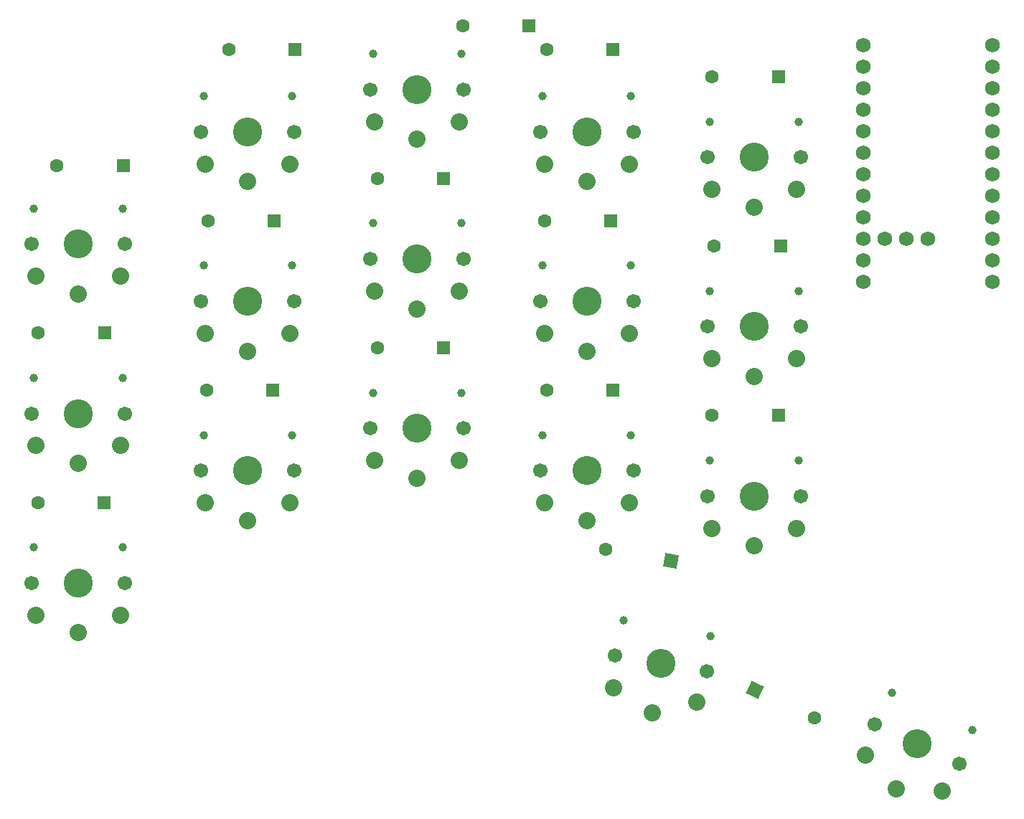
<source format=gbr>
%TF.GenerationSoftware,KiCad,Pcbnew,9.0.2*%
%TF.CreationDate,2025-05-24T14:32:55-04:00*%
%TF.ProjectId,ErgoDecks,4572676f-4465-4636-9b73-2e6b69636164,rev?*%
%TF.SameCoordinates,Original*%
%TF.FileFunction,Soldermask,Top*%
%TF.FilePolarity,Negative*%
%FSLAX46Y46*%
G04 Gerber Fmt 4.6, Leading zero omitted, Abs format (unit mm)*
G04 Created by KiCad (PCBNEW 9.0.2) date 2025-05-24 14:32:55*
%MOMM*%
%LPD*%
G01*
G04 APERTURE LIST*
G04 Aperture macros list*
%AMRotRect*
0 Rectangle, with rotation*
0 The origin of the aperture is its center*
0 $1 length*
0 $2 width*
0 $3 Rotation angle, in degrees counterclockwise*
0 Add horizontal line*
21,1,$1,$2,0,0,$3*%
G04 Aperture macros list end*
%ADD10C,1.701800*%
%ADD11C,0.990600*%
%ADD12C,3.429000*%
%ADD13C,2.032000*%
%ADD14C,1.752600*%
%ADD15R,1.600000X1.600000*%
%ADD16C,1.600000*%
%ADD17RotRect,1.600000X1.600000X170.000000*%
%ADD18RotRect,1.600000X1.600000X335.000000*%
G04 APERTURE END LIST*
D10*
%TO.C,K15*%
X101650000Y-109750000D03*
D11*
X101930000Y-105550000D03*
D12*
X107150000Y-109750000D03*
D11*
X112370000Y-105550000D03*
D10*
X112650000Y-109750000D03*
D13*
X107150000Y-115650000D03*
X102150000Y-113550000D03*
X112150000Y-113550000D03*
%TD*%
D10*
%TO.C,K1*%
X21900000Y-80000000D03*
D11*
X22180000Y-75800000D03*
D12*
X27400000Y-80000000D03*
D11*
X32620000Y-75800000D03*
D10*
X32900000Y-80000000D03*
D13*
X27400000Y-85900000D03*
X22400000Y-83800000D03*
X32400000Y-83800000D03*
%TD*%
D10*
%TO.C,K17*%
X121415307Y-136675600D03*
D11*
X123444070Y-132987440D03*
D12*
X126400000Y-139000000D03*
D11*
X132905923Y-137399575D03*
D10*
X131384693Y-141324400D03*
D13*
X123906552Y-144347216D03*
X120262512Y-140330878D03*
X129325590Y-144557061D03*
%TD*%
D10*
%TO.C,K9*%
X61900000Y-101750000D03*
D11*
X62180000Y-97550000D03*
D12*
X67400000Y-101750000D03*
D11*
X72620000Y-97550000D03*
D10*
X72900000Y-101750000D03*
D13*
X67400000Y-107650000D03*
X62400000Y-105550000D03*
X72400000Y-105550000D03*
%TD*%
D10*
%TO.C,K16*%
X90733557Y-128544935D03*
D11*
X91738626Y-124457364D03*
D12*
X96150000Y-129500000D03*
D11*
X102020019Y-126270251D03*
D10*
X101566443Y-130455065D03*
D13*
X95125476Y-135310366D03*
X90566098Y-132374029D03*
X100414176Y-134110510D03*
%TD*%
D10*
%TO.C,K5*%
X41900000Y-86750000D03*
D11*
X42180000Y-82550000D03*
D12*
X47400000Y-86750000D03*
D11*
X52620000Y-82550000D03*
D10*
X52900000Y-86750000D03*
D13*
X47400000Y-92650000D03*
X42400000Y-90550000D03*
X52400000Y-90550000D03*
%TD*%
D14*
%TO.C,U1*%
X120030000Y-56530000D03*
X120030000Y-59070000D03*
X120030000Y-61610000D03*
X120030000Y-64150000D03*
X120030000Y-66690000D03*
X120030000Y-69230000D03*
X120030000Y-71770000D03*
X120030000Y-74310000D03*
X120030000Y-76850000D03*
X120030000Y-79390000D03*
X120030000Y-81930000D03*
X120030000Y-84470000D03*
X135270000Y-84470000D03*
X135270000Y-81930000D03*
X135270000Y-79390000D03*
X135270000Y-76850000D03*
X135270000Y-74310000D03*
X135270000Y-71770000D03*
X135270000Y-69230000D03*
X135270000Y-66690000D03*
X135270000Y-64150000D03*
X135270000Y-61610000D03*
X135270000Y-59070000D03*
X135270000Y-56530000D03*
X122570000Y-79390000D03*
X125110000Y-79390000D03*
X127650000Y-79390000D03*
%TD*%
D10*
%TO.C,K6*%
X41900000Y-106750000D03*
D11*
X42180000Y-102550000D03*
D12*
X47400000Y-106750000D03*
D11*
X52620000Y-102550000D03*
D10*
X52900000Y-106750000D03*
D13*
X47400000Y-112650000D03*
X42400000Y-110550000D03*
X52400000Y-110550000D03*
%TD*%
D10*
%TO.C,K4*%
X41900000Y-66750000D03*
D11*
X42180000Y-62550000D03*
D12*
X47400000Y-66750000D03*
D11*
X52620000Y-62550000D03*
D10*
X52900000Y-66750000D03*
D13*
X47400000Y-72650000D03*
X42400000Y-70550000D03*
X52400000Y-70550000D03*
%TD*%
D10*
%TO.C,K3*%
X21900000Y-120000000D03*
D11*
X22180000Y-115800000D03*
D12*
X27400000Y-120000000D03*
D11*
X32620000Y-115800000D03*
D10*
X32900000Y-120000000D03*
D13*
X27400000Y-125900000D03*
X22400000Y-123800000D03*
X32400000Y-123800000D03*
%TD*%
D10*
%TO.C,K7*%
X61900000Y-61750000D03*
D11*
X62180000Y-57550000D03*
D12*
X67400000Y-61750000D03*
D11*
X72620000Y-57550000D03*
D10*
X72900000Y-61750000D03*
D13*
X67400000Y-67650000D03*
X62400000Y-65550000D03*
X72400000Y-65550000D03*
%TD*%
D10*
%TO.C,K8*%
X61900000Y-81750000D03*
D11*
X62180000Y-77550000D03*
D12*
X67400000Y-81750000D03*
D11*
X72620000Y-77550000D03*
D10*
X72900000Y-81750000D03*
D13*
X67400000Y-87650000D03*
X62400000Y-85550000D03*
X72400000Y-85550000D03*
%TD*%
D10*
%TO.C,K13*%
X101650000Y-69750000D03*
D11*
X101930000Y-65550000D03*
D12*
X107150000Y-69750000D03*
D11*
X112370000Y-65550000D03*
D10*
X112650000Y-69750000D03*
D13*
X107150000Y-75650000D03*
X102150000Y-73550000D03*
X112150000Y-73550000D03*
%TD*%
D10*
%TO.C,K2*%
X21900000Y-100000000D03*
D11*
X22180000Y-95800000D03*
D12*
X27400000Y-100000000D03*
D11*
X32620000Y-95800000D03*
D10*
X32900000Y-100000000D03*
D13*
X27400000Y-105900000D03*
X22400000Y-103800000D03*
X32400000Y-103800000D03*
%TD*%
D10*
%TO.C,K11*%
X81900000Y-86750000D03*
D11*
X82180000Y-82550000D03*
D12*
X87400000Y-86750000D03*
D11*
X92620000Y-82550000D03*
D10*
X92900000Y-86750000D03*
D13*
X87400000Y-92650000D03*
X82400000Y-90550000D03*
X92400000Y-90550000D03*
%TD*%
D10*
%TO.C,K14*%
X101650000Y-89750000D03*
D11*
X101930000Y-85550000D03*
D12*
X107150000Y-89750000D03*
D11*
X112370000Y-85550000D03*
D10*
X112650000Y-89750000D03*
D13*
X107150000Y-95650000D03*
X102150000Y-93550000D03*
X112150000Y-93550000D03*
%TD*%
D10*
%TO.C,K10*%
X81900000Y-66750000D03*
D11*
X82180000Y-62550000D03*
D12*
X87400000Y-66750000D03*
D11*
X92620000Y-62550000D03*
D10*
X92900000Y-66750000D03*
D13*
X87400000Y-72650000D03*
X82400000Y-70550000D03*
X92400000Y-70550000D03*
%TD*%
D10*
%TO.C,K12*%
X81900000Y-106750000D03*
D11*
X82180000Y-102550000D03*
D12*
X87400000Y-106750000D03*
D11*
X92620000Y-102550000D03*
D10*
X92900000Y-106750000D03*
D13*
X87400000Y-112650000D03*
X82400000Y-110550000D03*
X92400000Y-110550000D03*
%TD*%
D15*
%TO.C,D3*%
X30425000Y-110500000D03*
D16*
X22625000Y-110500000D03*
%TD*%
D15*
%TO.C,D7*%
X80575000Y-54250000D03*
D16*
X72775000Y-54250000D03*
%TD*%
D15*
%TO.C,D11*%
X90250000Y-77250000D03*
D16*
X82450000Y-77250000D03*
%TD*%
D15*
%TO.C,D8*%
X70500000Y-72250000D03*
D16*
X62700000Y-72250000D03*
%TD*%
D15*
%TO.C,D2*%
X30500000Y-90500000D03*
D16*
X22700000Y-90500000D03*
%TD*%
D15*
%TO.C,D6*%
X50324999Y-97250000D03*
D16*
X42525001Y-97250000D03*
%TD*%
D15*
%TO.C,D15*%
X110000000Y-100250000D03*
D16*
X102200000Y-100250000D03*
%TD*%
D15*
%TO.C,D13*%
X110000000Y-60250000D03*
D16*
X102200000Y-60250000D03*
%TD*%
D15*
%TO.C,D10*%
X90500000Y-57000000D03*
D16*
X82700000Y-57000000D03*
%TD*%
D15*
%TO.C,D12*%
X90500000Y-97250000D03*
D16*
X82700000Y-97250000D03*
%TD*%
D17*
%TO.C,D16*%
X97340750Y-117427228D03*
D16*
X89659250Y-116072772D03*
%TD*%
D15*
%TO.C,D9*%
X70500000Y-92250000D03*
D16*
X62700000Y-92250000D03*
%TD*%
D18*
%TO.C,D17*%
X107215400Y-132601789D03*
D16*
X114284600Y-135898211D03*
%TD*%
D15*
%TO.C,D1*%
X32700000Y-70750000D03*
D16*
X24900000Y-70750000D03*
%TD*%
D15*
%TO.C,D5*%
X50500000Y-77250000D03*
D16*
X42700000Y-77250000D03*
%TD*%
D15*
%TO.C,D4*%
X52950000Y-57000000D03*
D16*
X45150000Y-57000000D03*
%TD*%
D15*
%TO.C,D14*%
X110250000Y-80250000D03*
D16*
X102450000Y-80250000D03*
%TD*%
M02*

</source>
